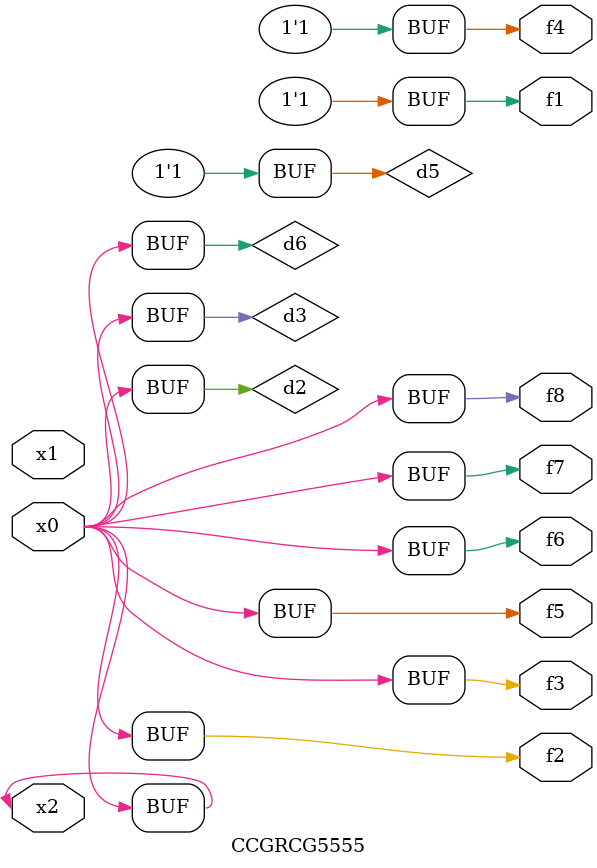
<source format=v>
module CCGRCG5555(
	input x0, x1, x2,
	output f1, f2, f3, f4, f5, f6, f7, f8
);

	wire d1, d2, d3, d4, d5, d6;

	xnor (d1, x2);
	buf (d2, x0, x2);
	and (d3, x0);
	xnor (d4, x1, x2);
	nand (d5, d1, d3);
	buf (d6, d2, d3);
	assign f1 = d5;
	assign f2 = d6;
	assign f3 = d6;
	assign f4 = d5;
	assign f5 = d6;
	assign f6 = d6;
	assign f7 = d6;
	assign f8 = d6;
endmodule

</source>
